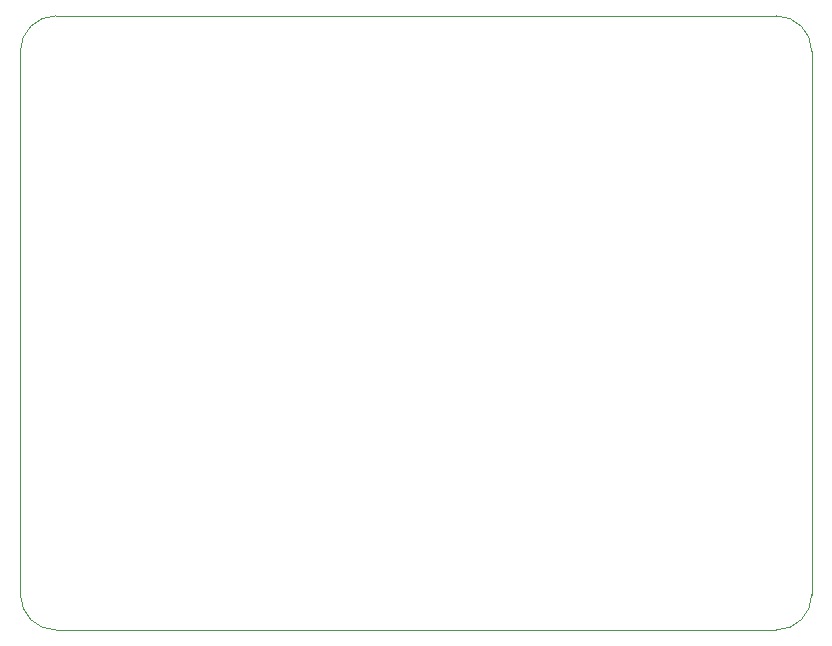
<source format=gm1>
G04 #@! TF.GenerationSoftware,KiCad,Pcbnew,9.0.2*
G04 #@! TF.CreationDate,2025-06-10T18:41:31+02:00*
G04 #@! TF.ProjectId,RPI-Electronics_IO-Card.pro,5250492d-456c-4656-9374-726f6e696373,rev?*
G04 #@! TF.SameCoordinates,Original*
G04 #@! TF.FileFunction,Profile,NP*
%FSLAX46Y46*%
G04 Gerber Fmt 4.6, Leading zero omitted, Abs format (unit mm)*
G04 Created by KiCad (PCBNEW 9.0.2) date 2025-06-10 18:41:31*
%MOMM*%
%LPD*%
G01*
G04 APERTURE LIST*
G04 #@! TA.AperFunction,Profile*
%ADD10C,0.100000*%
G04 #@! TD*
G04 APERTURE END LIST*
D10*
X176490000Y-101070000D02*
X176490000Y-55070000D01*
X112490000Y-52070000D02*
X173490000Y-52070000D01*
X112490000Y-104070000D02*
G75*
G02*
X109490000Y-101070000I0J3000000D01*
G01*
X176490000Y-101070000D02*
G75*
G02*
X173490000Y-104070000I-3000000J0D01*
G01*
X109490000Y-101070000D02*
X109490000Y-55070000D01*
X112490000Y-104070000D02*
X173490000Y-104070000D01*
X109490000Y-55070000D02*
G75*
G02*
X112490000Y-52070000I3000000J0D01*
G01*
X173490000Y-52070000D02*
G75*
G02*
X176490000Y-55070000I0J-3000000D01*
G01*
M02*

</source>
